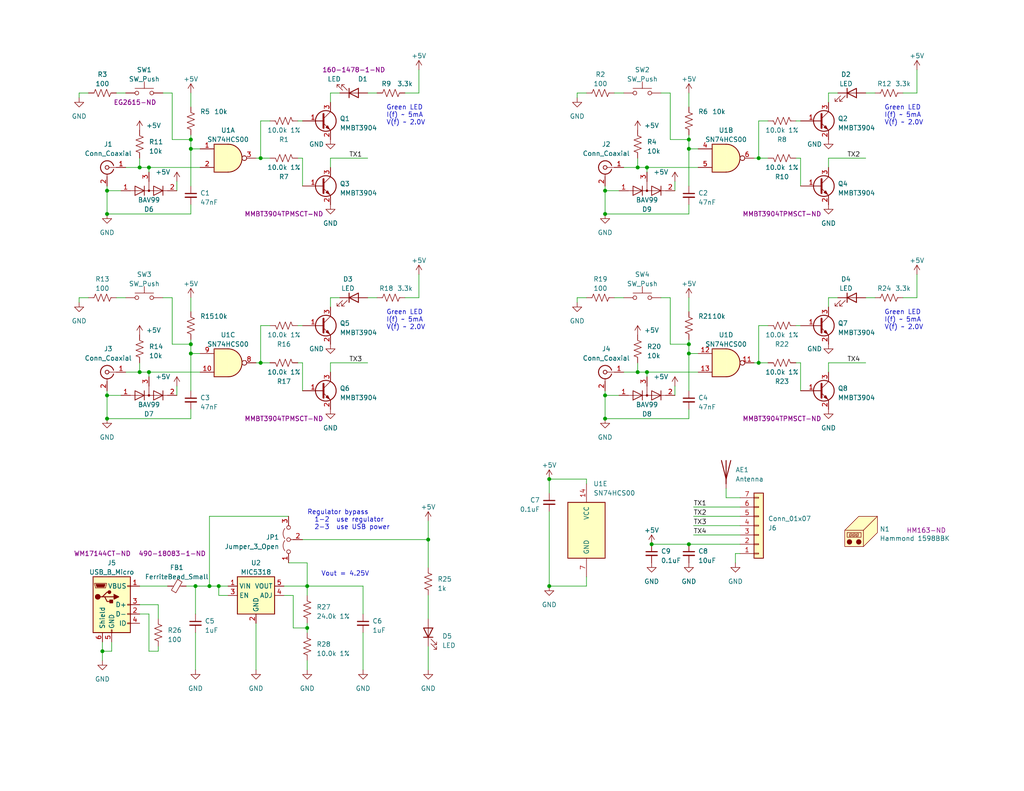
<source format=kicad_sch>
(kicad_sch (version 20230121) (generator eeschema)
  (paper "USLetter")
  (title_block (title "ninjaNIRS Trigger Box") (rev "A") (company "Boston University"))
  (junction (at 71.12 99.06))
  (junction (at 116.84 147.32))
  (junction (at 52.07 38.1))
  (junction (at 165.1 52.07))
  (junction (at 38.1 45.72))
  (junction (at 207.01 99.06))
  (junction (at 207.01 43.18))
  (junction (at 29.21 114.3))
  (junction (at 165.1 114.3))
  (junction (at 187.96 93.98))
  (junction (at 176.53 45.72))
  (junction (at 165.1 58.42))
  (junction (at 177.8 148.59))
  (junction (at 176.53 101.6))
  (junction (at 52.07 93.98))
  (junction (at 40.64 101.6))
  (junction (at 187.96 40.64))
  (junction (at 40.64 45.72))
  (junction (at 27.94 177.8))
  (junction (at 29.21 58.42))
  (junction (at 38.1 101.6))
  (junction (at 187.96 96.52))
  (junction (at 29.21 52.07))
  (junction (at 52.07 40.64))
  (junction (at 29.21 107.95))
  (junction (at 187.96 148.59))
  (junction (at 53.34 160.02))
  (junction (at 149.86 130.81))
  (junction (at 71.12 43.18))
  (junction (at 149.86 160.02))
  (junction (at 173.99 101.6))
  (junction (at 52.07 96.52))
  (junction (at 59.69 160.02))
  (junction (at 187.96 38.1))
  (junction (at 57.15 160.02))
  (junction (at 83.82 160.02))
  (junction (at 165.1 107.95))
  (junction (at 83.82 171.45))
  (junction (at 173.99 45.72))
  (wire (pts (xy 226.06 101.6) (xy 226.06 99.06)))
  (wire (pts (xy 29.21 58.42) (xy 52.07 58.42)))
  (wire (pts (xy 52.07 96.52) (xy 54.61 96.52)))
  (wire (pts (xy 52.07 55.88) (xy 52.07 58.42)))
  (wire (pts (xy 226.06 99.06) (xy 236.22 99.06)))
  (wire (pts (xy 90.17 99.06) (xy 100.33 99.06)))
  (wire (pts (xy 30.48 175.26) (xy 30.48 177.8)))
  (wire (pts (xy 38.1 99.06) (xy 38.1 101.6)))
  (wire (pts (xy 114.3 74.93) (xy 114.3 81.28)))
  (wire (pts (xy 71.12 43.18) (xy 71.12 33.02)))
  (wire (pts (xy 24.13 81.28) (xy 21.59 81.28)))
  (wire (pts (xy 182.88 81.28) (xy 180.34 81.28)))
  (wire (pts (xy 29.21 107.95) (xy 33.02 107.95)))
  (wire (pts (xy 38.1 167.64) (xy 40.64 167.64)))
  (wire (pts (xy 99.06 182.88) (xy 99.06 172.72)))
  (wire (pts (xy 187.96 93.98) (xy 187.96 96.52)))
  (wire (pts (xy 80.01 171.45) (xy 83.82 171.45)))
  (wire (pts (xy 170.18 101.6) (xy 173.99 101.6)))
  (wire (pts (xy 38.1 101.6) (xy 40.64 101.6)))
  (wire (pts (xy 182.88 25.4) (xy 180.34 25.4)))
  (wire (pts (xy 52.07 38.1) (xy 52.07 40.64)))
  (wire (pts (xy 53.34 160.02) (xy 53.34 167.64)))
  (wire (pts (xy 90.17 43.18) (xy 100.33 43.18)))
  (wire (pts (xy 83.82 160.02) (xy 83.82 162.56)))
  (wire (pts (xy 167.64 25.4) (xy 170.18 25.4)))
  (wire (pts (xy 170.18 45.72) (xy 173.99 45.72)))
  (wire (pts (xy 116.84 147.32) (xy 116.84 154.94)))
  (wire (pts (xy 82.55 43.18) (xy 81.28 43.18)))
  (wire (pts (xy 71.12 99.06) (xy 73.66 99.06)))
  (wire (pts (xy 52.07 29.21) (xy 52.07 25.4)))
  (wire (pts (xy 46.99 93.98) (xy 46.99 81.28)))
  (wire (pts (xy 43.18 177.8) (xy 43.18 176.53)))
  (wire (pts (xy 50.8 160.02) (xy 53.34 160.02)))
  (wire (pts (xy 226.06 25.4) (xy 226.06 27.94)))
  (wire (pts (xy 201.93 135.89) (xy 198.12 135.89)))
  (wire (pts (xy 182.88 38.1) (xy 182.88 25.4)))
  (wire (pts (xy 69.85 170.18) (xy 69.85 182.88)))
  (wire (pts (xy 83.82 170.18) (xy 83.82 171.45)))
  (wire (pts (xy 226.06 45.72) (xy 226.06 43.18)))
  (wire (pts (xy 189.23 143.51) (xy 201.93 143.51)))
  (wire (pts (xy 71.12 43.18) (xy 73.66 43.18)))
  (wire (pts (xy 236.22 25.4) (xy 238.76 25.4)))
  (wire (pts (xy 187.96 111.76) (xy 187.96 114.3)))
  (wire (pts (xy 187.96 85.09) (xy 187.96 81.28)))
  (wire (pts (xy 187.96 36.83) (xy 187.96 38.1)))
  (wire (pts (xy 77.47 160.02) (xy 83.82 160.02)))
  (wire (pts (xy 34.29 45.72) (xy 38.1 45.72)))
  (wire (pts (xy 71.12 33.02) (xy 73.66 33.02)))
  (wire (pts (xy 226.06 43.18) (xy 236.22 43.18)))
  (wire (pts (xy 31.75 25.4) (xy 34.29 25.4)))
  (wire (pts (xy 173.99 101.6) (xy 176.53 101.6)))
  (wire (pts (xy 149.86 134.62) (xy 149.86 130.81)))
  (wire (pts (xy 59.69 162.56) (xy 59.69 160.02)))
  (wire (pts (xy 165.1 107.95) (xy 168.91 107.95)))
  (wire (pts (xy 165.1 52.07) (xy 165.1 58.42)))
  (wire (pts (xy 99.06 167.64) (xy 99.06 160.02)))
  (wire (pts (xy 187.96 38.1) (xy 187.96 40.64)))
  (wire (pts (xy 165.1 114.3) (xy 187.96 114.3)))
  (wire (pts (xy 82.55 50.8) (xy 82.55 43.18)))
  (wire (pts (xy 173.99 43.18) (xy 173.99 45.72)))
  (wire (pts (xy 160.02 130.81) (xy 160.02 132.08)))
  (wire (pts (xy 46.99 38.1) (xy 46.99 25.4)))
  (wire (pts (xy 205.74 99.06) (xy 207.01 99.06)))
  (wire (pts (xy 52.07 92.71) (xy 52.07 93.98)))
  (wire (pts (xy 250.19 19.05) (xy 250.19 25.4)))
  (wire (pts (xy 53.34 182.88) (xy 53.34 172.72)))
  (wire (pts (xy 38.1 43.18) (xy 38.1 45.72)))
  (wire (pts (xy 81.28 33.02) (xy 82.55 33.02)))
  (wire (pts (xy 167.64 81.28) (xy 170.18 81.28)))
  (wire (pts (xy 53.34 160.02) (xy 57.15 160.02)))
  (wire (pts (xy 200.66 151.13) (xy 200.66 153.67)))
  (wire (pts (xy 90.17 81.28) (xy 90.17 83.82)))
  (wire (pts (xy 149.86 130.81) (xy 160.02 130.81)))
  (wire (pts (xy 173.99 45.72) (xy 176.53 45.72)))
  (wire (pts (xy 83.82 153.67) (xy 83.82 160.02)))
  (wire (pts (xy 157.48 81.28) (xy 157.48 82.55)))
  (wire (pts (xy 52.07 36.83) (xy 52.07 38.1)))
  (wire (pts (xy 40.64 101.6) (xy 54.61 101.6)))
  (wire (pts (xy 52.07 111.76) (xy 52.07 114.3)))
  (wire (pts (xy 40.64 167.64) (xy 40.64 177.8)))
  (wire (pts (xy 78.74 140.97) (xy 57.15 140.97)))
  (wire (pts (xy 250.19 81.28) (xy 246.38 81.28)))
  (wire (pts (xy 200.66 151.13) (xy 201.93 151.13)))
  (wire (pts (xy 40.64 101.6) (xy 40.64 102.87)))
  (wire (pts (xy 40.64 45.72) (xy 40.64 46.99)))
  (wire (pts (xy 187.96 106.68) (xy 187.96 96.52)))
  (wire (pts (xy 250.19 25.4) (xy 246.38 25.4)))
  (wire (pts (xy 217.17 33.02) (xy 218.44 33.02)))
  (wire (pts (xy 207.01 43.18) (xy 207.01 33.02)))
  (wire (pts (xy 52.07 50.8) (xy 52.07 40.64)))
  (wire (pts (xy 38.1 45.72) (xy 40.64 45.72)))
  (wire (pts (xy 52.07 106.68) (xy 52.07 96.52)))
  (wire (pts (xy 71.12 99.06) (xy 71.12 88.9)))
  (wire (pts (xy 160.02 25.4) (xy 157.48 25.4)))
  (wire (pts (xy 189.23 138.43) (xy 201.93 138.43)))
  (wire (pts (xy 218.44 50.8) (xy 218.44 43.18)))
  (wire (pts (xy 165.1 107.95) (xy 165.1 114.3)))
  (wire (pts (xy 160.02 81.28) (xy 157.48 81.28)))
  (wire (pts (xy 157.48 25.4) (xy 157.48 26.67)))
  (wire (pts (xy 100.33 81.28) (xy 102.87 81.28)))
  (wire (pts (xy 69.85 43.18) (xy 71.12 43.18)))
  (wire (pts (xy 187.96 55.88) (xy 187.96 58.42)))
  (wire (pts (xy 189.23 146.05) (xy 201.93 146.05)))
  (wire (pts (xy 52.07 93.98) (xy 46.99 93.98)))
  (wire (pts (xy 176.53 101.6) (xy 176.53 102.87)))
  (wire (pts (xy 77.47 162.56) (xy 80.01 162.56)))
  (wire (pts (xy 29.21 106.68) (xy 29.21 107.95)))
  (wire (pts (xy 149.86 160.02) (xy 160.02 160.02)))
  (wire (pts (xy 80.01 162.56) (xy 80.01 171.45)))
  (wire (pts (xy 38.1 160.02) (xy 45.72 160.02)))
  (wire (pts (xy 31.75 81.28) (xy 34.29 81.28)))
  (wire (pts (xy 59.69 160.02) (xy 62.23 160.02)))
  (wire (pts (xy 27.94 177.8) (xy 27.94 175.26)))
  (wire (pts (xy 114.3 19.05) (xy 114.3 25.4)))
  (wire (pts (xy 116.84 142.24) (xy 116.84 147.32)))
  (wire (pts (xy 187.96 148.59) (xy 201.93 148.59)))
  (wire (pts (xy 34.29 101.6) (xy 38.1 101.6)))
  (wire (pts (xy 182.88 93.98) (xy 182.88 81.28)))
  (wire (pts (xy 187.96 93.98) (xy 182.88 93.98)))
  (wire (pts (xy 83.82 180.34) (xy 83.82 182.88)))
  (wire (pts (xy 71.12 88.9) (xy 73.66 88.9)))
  (wire (pts (xy 205.74 43.18) (xy 207.01 43.18)))
  (wire (pts (xy 207.01 43.18) (xy 209.55 43.18)))
  (wire (pts (xy 165.1 106.68) (xy 165.1 107.95)))
  (wire (pts (xy 114.3 25.4) (xy 110.49 25.4)))
  (wire (pts (xy 57.15 160.02) (xy 59.69 160.02)))
  (wire (pts (xy 52.07 40.64) (xy 54.61 40.64)))
  (wire (pts (xy 90.17 101.6) (xy 90.17 99.06)))
  (wire (pts (xy 90.17 25.4) (xy 90.17 27.94)))
  (wire (pts (xy 184.15 105.41) (xy 184.15 107.95)))
  (wire (pts (xy 165.1 58.42) (xy 187.96 58.42)))
  (wire (pts (xy 184.15 49.53) (xy 184.15 52.07)))
  (wire (pts (xy 176.53 45.72) (xy 176.53 46.99)))
  (wire (pts (xy 29.21 52.07) (xy 33.02 52.07)))
  (wire (pts (xy 236.22 81.28) (xy 238.76 81.28)))
  (wire (pts (xy 30.48 177.8) (xy 27.94 177.8)))
  (wire (pts (xy 187.96 96.52) (xy 190.5 96.52)))
  (wire (pts (xy 82.55 147.32) (xy 116.84 147.32)))
  (wire (pts (xy 27.94 177.8) (xy 27.94 180.34)))
  (wire (pts (xy 29.21 52.07) (xy 29.21 58.42)))
  (wire (pts (xy 83.82 171.45) (xy 83.82 172.72)))
  (wire (pts (xy 198.12 133.35) (xy 198.12 135.89)))
  (wire (pts (xy 62.23 162.56) (xy 59.69 162.56)))
  (wire (pts (xy 48.26 49.53) (xy 48.26 52.07)))
  (wire (pts (xy 217.17 88.9) (xy 218.44 88.9)))
  (wire (pts (xy 69.85 99.06) (xy 71.12 99.06)))
  (wire (pts (xy 207.01 88.9) (xy 209.55 88.9)))
  (wire (pts (xy 52.07 85.09) (xy 52.07 81.28)))
  (wire (pts (xy 116.84 182.88) (xy 116.84 176.53)))
  (wire (pts (xy 90.17 45.72) (xy 90.17 43.18)))
  (wire (pts (xy 21.59 81.28) (xy 21.59 82.55)))
  (wire (pts (xy 187.96 92.71) (xy 187.96 93.98)))
  (wire (pts (xy 48.26 105.41) (xy 48.26 107.95)))
  (wire (pts (xy 218.44 106.68) (xy 218.44 99.06)))
  (wire (pts (xy 165.1 50.8) (xy 165.1 52.07)))
  (wire (pts (xy 43.18 165.1) (xy 38.1 165.1)))
  (wire (pts (xy 228.6 25.4) (xy 226.06 25.4)))
  (wire (pts (xy 173.99 99.06) (xy 173.99 101.6)))
  (wire (pts (xy 57.15 140.97) (xy 57.15 160.02)))
  (wire (pts (xy 176.53 101.6) (xy 190.5 101.6)))
  (wire (pts (xy 250.19 74.93) (xy 250.19 81.28)))
  (wire (pts (xy 81.28 88.9) (xy 82.55 88.9)))
  (wire (pts (xy 207.01 33.02) (xy 209.55 33.02)))
  (wire (pts (xy 207.01 99.06) (xy 207.01 88.9)))
  (wire (pts (xy 92.71 81.28) (xy 90.17 81.28)))
  (wire (pts (xy 78.74 153.67) (xy 83.82 153.67)))
  (wire (pts (xy 116.84 162.56) (xy 116.84 168.91)))
  (wire (pts (xy 46.99 81.28) (xy 44.45 81.28)))
  (wire (pts (xy 176.53 45.72) (xy 190.5 45.72)))
  (wire (pts (xy 46.99 25.4) (xy 44.45 25.4)))
  (wire (pts (xy 187.96 50.8) (xy 187.96 40.64)))
  (wire (pts (xy 40.64 45.72) (xy 54.61 45.72)))
  (wire (pts (xy 226.06 81.28) (xy 226.06 83.82)))
  (wire (pts (xy 40.64 177.8) (xy 43.18 177.8)))
  (wire (pts (xy 24.13 25.4) (xy 21.59 25.4)))
  (wire (pts (xy 43.18 168.91) (xy 43.18 165.1)))
  (wire (pts (xy 177.8 148.59) (xy 187.96 148.59)))
  (wire (pts (xy 207.01 99.06) (xy 209.55 99.06)))
  (wire (pts (xy 82.55 106.68) (xy 82.55 99.06)))
  (wire (pts (xy 82.55 99.06) (xy 81.28 99.06)))
  (wire (pts (xy 165.1 52.07) (xy 168.91 52.07)))
  (wire (pts (xy 149.86 139.7) (xy 149.86 160.02)))
  (wire (pts (xy 187.96 29.21) (xy 187.96 25.4)))
  (wire (pts (xy 92.71 25.4) (xy 90.17 25.4)))
  (wire (pts (xy 114.3 81.28) (xy 110.49 81.28)))
  (wire (pts (xy 99.06 160.02) (xy 83.82 160.02)))
  (wire (pts (xy 187.96 38.1) (xy 182.88 38.1)))
  (wire (pts (xy 218.44 43.18) (xy 217.17 43.18)))
  (wire (pts (xy 100.33 25.4) (xy 102.87 25.4)))
  (wire (pts (xy 52.07 38.1) (xy 46.99 38.1)))
  (wire (pts (xy 29.21 114.3) (xy 52.07 114.3)))
  (wire (pts (xy 29.21 50.8) (xy 29.21 52.07)))
  (wire (pts (xy 52.07 93.98) (xy 52.07 96.52)))
  (wire (pts (xy 29.21 107.95) (xy 29.21 114.3)))
  (wire (pts (xy 160.02 160.02) (xy 160.02 157.48)))
  (wire (pts (xy 189.23 140.97) (xy 201.93 140.97)))
  (wire (pts (xy 218.44 99.06) (xy 217.17 99.06)))
  (wire (pts (xy 187.96 40.64) (xy 190.5 40.64)))
  (wire (pts (xy 21.59 25.4) (xy 21.59 26.67)))
  (wire (pts (xy 228.6 81.28) (xy 226.06 81.28)))
  (text "Vout = 4.25V" (at 87.63 157.48 0) (effects (font (size 1.27 1.27)) (justify left bottom)))
  (text "Green LED\nI(f) ~ 5mA\nV(f) ~ 2.0V\n" (at 105.41 90.17 0) (effects (font (size 1.27 1.27)) (justify left bottom)))
  (text "Green LED\nI(f) ~ 5mA\nV(f) ~ 2.0V\n" (at 105.41 34.29 0) (effects (font (size 1.27 1.27)) (justify left bottom)))
  (text "Green LED\nI(f) ~ 5mA\nV(f) ~ 2.0V\n" (at 241.3 90.17 0) (effects (font (size 1.27 1.27)) (justify left bottom)))
  (text "Regulator bypass\n  1-2  use regulator\n  2-3  use USB power" (at 83.82 144.78 0) (effects (font (size 1.27 1.27)) (justify left bottom)))
  (text "Green LED\nI(f) ~ 5mA\nV(f) ~ 2.0V\n" (at 241.3 34.29 0) (effects (font (size 1.27 1.27)) (justify left bottom)))
  (label "TX2" (at 189.23 140.97 0))
  (label "TX4" (at 189.23 146.05 0))
  (label "TX2" (at 231.14 43.18 0))
  (label "TX4" (at 231.14 99.06 0))
  (label "TX3" (at 189.23 143.51 0))
  (label "TX1" (at 95.25 43.18 0))
  (label "TX3" (at 95.25 99.06 0))
  (label "TX1" (at 189.23 138.43 0))
  (symbol (lib_id "power:+5V") (at 114.3 19.05 0) (unit 1)
    (property "Reference" "#PWR01" (effects hide))
    (property "Value" "+5V" (at 114.3 15.24 0))
  )
  (symbol (lib_id "Device:LED") (at 116.84 172.72 90) (unit 1)
    (property "Reference" "D5" (at 120.65 173.6725 90) (effects (justify right)))
    (property "Value" "LED" (at 120.65 176.2125 90) (effects (justify right)))
    (property "Footprint" "my_LED:LED_0603_marked" (effects hide))
    (property "CatNo" "160-1474-1-ND" (effects hide))
    (property "Manufacturers P/N" "LTST-S270EKT" (effects hide))
  )
  (symbol (lib_id "power:GND") (at 226.06 111.76 0) (unit 1)
    (property "Reference" "#PWR040" (effects hide))
    (property "Value" "GND" (at 226.06 116.84 0))
  )
  (symbol (lib_id "Device:C_Small") (at 187.96 109.22 0) (unit 1)
    (property "Reference" "C4" (at 190.5 108.5913 0) (effects (justify left)))
    (property "Value" "47nF" (at 190.5 111.1313 0) (effects (justify left)))
    (property "Footprint" "Capacitor_SMD:C_0805_2012Metric_Pad1.18x1.45mm_HandSolder" (effects hide))
    (property "CatNo" "1276-6815-1-ND" (effects hide))
    (property "Manufacturers P/N" "CL21B473KCCWPNC" (effects hide))
  )
  (symbol (lib_id "Device:R_US") (at 52.07 88.9 180) (unit 1)
    (property "Reference" "R15" (at 54.61 86.36 0) (effects (justify right)))
    (property "Value" "10k" (at 58.42 86.36 0) (effects (justify right)))
    (property "Footprint" "Resistor_SMD:R_0805_2012Metric_Pad1.20x1.40mm_HandSolder" (effects hide))
    (property "CatNo" "RNCP0805FTD1K00CT-ND" (effects hide))
    (property "Manufacturers P/N" "RNCP0805FTD1K00" (effects hide))
  )
  (symbol (lib_id "power:+5V") (at 38.1 35.56 0) (mirror y) (unit 1)
    (property "Reference" "#PWR038" (effects hide))
    (property "Value" "+5V" (at 41.91 34.29 0))
  )
  (symbol (lib_id "Transistor_BJT:MMBT3904") (at 87.63 106.68 0) (unit 1)
    (property "Reference" "Q6" (at 92.71 106.045 0) (effects (justify left)))
    (property "Value" "MMBT3904" (at 92.71 108.585 0) (effects (justify left)))
    (property "Footprint" "Package_TO_SOT_SMD:SOT-23" (effects hide))
    (property "Datasheet" "https://www.onsemi.com/pub/Collateral/2N3903-D.PDF" (effects hide))
    (property "CatNo" "MMBT3904TPMSCT-ND" (at 77.47 114.3 0))
    (property "Manufacturers P/N" "MMBT3904-TP" (effects hide))
  )
  (symbol (lib_id "power:GND") (at 157.48 26.67 0) (unit 1)
    (property "Reference" "#PWR02" (effects hide))
    (property "Value" "GND" (at 157.48 31.75 0))
  )
  (symbol (lib_id "Switch:SW_Push") (at 39.37 25.4 0) (unit 1)
    (property "Reference" "SW1" (at 39.37 19.05 0))
    (property "Value" "SW_Push" (at 39.37 21.59 0))
    (property "Footprint" "E-Switch-800:800SP9B6M6RE" (effects hide))
    (property "CatNo" "EG2615-ND" (at 36.83 27.94 0))
    (property "Manufacturers P/N" "800SP9B6M6RE" (effects hide))
  )
  (symbol (lib_id "power:GND") (at 29.21 114.3 0) (unit 1)
    (property "Reference" "#PWR014" (effects hide))
    (property "Value" "GND" (at 29.21 119.38 0))
  )
  (symbol (lib_id "power:GND") (at 226.06 38.1 0) (unit 1)
    (property "Reference" "#PWR09" (effects hide))
    (property "Value" "GND" (at 222.25 39.37 0))
  )
  (symbol (lib_id "Switch:SW_Push") (at 39.37 81.28 0) (unit 1)
    (property "Reference" "SW3" (at 39.37 74.93 0))
    (property "Value" "SW_Push" (at 39.37 77.47 0))
    (property "Footprint" "E-Switch-800:800SP9B6M6RE" (effects hide))
    (property "CatNo" "EG2615-ND" (effects hide))
    (property "Manufacturers P/N" "800SP9B6M6RE" (effects hide))
  )
  (symbol (lib_id "74xx:74HC00") (at 198.12 43.18 0) (unit 2)
    (property "Reference" "U1" (at 198.1117 35.56 0))
    (property "Value" "SN74HCS00" (at 198.1117 38.1 0))
    (property "Footprint" "Package_SO:SOIC-14_3.9x8.7mm_P1.27mm" (effects hide))
    (property "Datasheet" "http://www.ti.com/lit/gpn/sn74hc00" (effects hide))
    (property "CatNo" "296-SN74HCS00DRCT-ND" (effects hide))
    (property "Manufacturers P/N" "SN74HCS00DR" (effects hide))
  )
  (symbol (lib_id "power:GND") (at 21.59 82.55 0) (unit 1)
    (property "Reference" "#PWR013" (effects hide))
    (property "Value" "GND" (at 21.59 87.63 0))
  )
  (symbol (lib_id "Transistor_BJT:MMBT3904") (at 223.52 33.02 0) (unit 1)
    (property "Reference" "Q2" (at 228.6 32.385 0) (effects (justify left)))
    (property "Value" "MMBT3904" (at 228.6 34.925 0) (effects (justify left)))
    (property "Footprint" "Package_TO_SOT_SMD:SOT-23" (effects hide))
    (property "Datasheet" "https://www.onsemi.com/pub/Collateral/2N3903-D.PDF" (effects hide))
    (property "CatNo" "MMBT3904TPMSCT-ND" (effects hide))
    (property "Manufacturers P/N" "MMBT3904-TP" (effects hide))
  )
  (symbol (lib_id "Device:LED") (at 96.52 81.28 0) (unit 1)
    (property "Reference" "D3" (at 94.9325 76.2 0))
    (property "Value" "LED" (at 94.9325 78.74 0))
    (property "Footprint" "my_LED:LED_0603_marked" (effects hide))
    (property "CatNo" "160-1478-1-ND" (effects hide))
    (property "Manufacturers P/N" "160-1478-1-ND" (effects hide))
  )
  (symbol (lib_id "power:GND") (at 27.94 180.34 0) (unit 1)
    (property "Reference" "#PWR029" (effects hide))
    (property "Value" "GND" (at 27.94 185.42 0))
  )
  (symbol (lib_id "power:+5V") (at 149.86 130.81 0) (unit 1)
    (property "Reference" "#PWR030" (effects hide))
    (property "Value" "+5V" (at 149.86 127 0))
  )
  (symbol (lib_id "Connector:USB_B_Micro") (at 30.48 165.1 0) (unit 1)
    (property "Reference" "J5" (at 30.48 153.67 0))
    (property "Value" "USB_B_Micro" (at 30.48 156.21 0))
    (property "Footprint" "Molex-USB:USB_Micro-AB_Molex_47590-0001" (effects hide))
    (property "CatNo" "WM17144CT-ND" (at 27.94 151.13 0))
    (property "Manufacturers P/N" "0475900001" (effects hide))
  )
  (symbol (lib_id "Connector:Conn_Coaxial") (at 165.1 45.72 0) (mirror y) (unit 1)
    (property "Reference" "J2" (at 165.4174 39.37 0))
    (property "Value" "Conn_Coaxial" (at 165.4174 41.91 0))
    (property "Footprint" "BNC:BNC_Amphenol_B6252HB-NPP3G-50_Horizontal" (effects hide))
    (property "Datasheet" " ~" (effects hide))
    (property "CatNo" "2057-RF1-01K-D-00-50-BK-HDW-ND" (effects hide))
    (property "Manufacturers P/N" "RF1-01K-D-00-50-BK-HDW" (effects hide))
  )
  (symbol (lib_id "Transistor_BJT:MMBT3904") (at 87.63 33.02 0) (unit 1)
    (property "Reference" "Q1" (at 92.71 32.385 0) (effects (justify left)))
    (property "Value" "MMBT3904" (at 92.71 34.925 0) (effects (justify left)))
    (property "Footprint" "Package_TO_SOT_SMD:SOT-23" (effects hide))
    (property "Datasheet" "https://www.onsemi.com/pub/Collateral/2N3903-D.PDF" (effects hide))
    (property "CatNo" "MMBT3904TPMSCT-ND" (effects hide))
    (property "Manufacturers P/N" "MMBT3904-TP" (effects hide))
  )
  (symbol (lib_id "Diode:BAV99") (at 40.64 107.95 0) (mirror x) (unit 1)
    (property "Reference" "D7" (at 40.64 113.03 0))
    (property "Value" "BAV99" (at 40.64 110.49 0))
    (property "Footprint" "Package_TO_SOT_SMD:SOT-23" (effects hide))
    (property "Datasheet" "https://assets.nexperia.com/documents/data-sheet/BAV99_SER.pdf" (effects hide))
    (property "CatNo" "1727-2914-1-ND" (effects hide))
    (property "Manufacturers P/N" "BAV99,215" (effects hide))
  )
  (symbol (lib_id "power:GND") (at 157.48 82.55 0) (unit 1)
    (property "Reference" "#PWR020" (effects hide))
    (property "Value" "GND" (at 157.48 87.63 0))
  )
  (symbol (lib_id "power:+5V") (at 48.26 105.41 0) (unit 1)
    (property "Reference" "#PWR043" (effects hide))
    (property "Value" "+5V" (at 44.45 102.87 0))
  )
  (symbol (lib_id "Device:R_US") (at 173.99 39.37 180) (unit 1)
    (property "Reference" "R4" (at 176.53 38.735 0) (effects (justify right)))
    (property "Value" "10k" (at 176.53 41.275 0) (effects (justify right)))
    (property "Footprint" "Resistor_SMD:R_0805_2012Metric_Pad1.20x1.40mm_HandSolder" (effects hide))
    (property "CatNo" "RNCP0805FTD1K00CT-ND" (effects hide))
    (property "Manufacturers P/N" "RNCP0805FTD1K00" (effects hide))
  )
  (symbol (lib_id "Device:R_US") (at 83.82 176.53 180) (unit 1)
    (property "Reference" "R28" (at 86.36 175.895 0) (effects (justify right)))
    (property "Value" "10.0k 1%" (at 86.36 178.435 0) (effects (justify right)))
    (property "Footprint" "Resistor_SMD:R_0805_2012Metric_Pad1.20x1.40mm_HandSolder" (effects hide))
    (property "CatNo" "RNCP0805FTD10K0CT-ND" (effects hide))
    (property "Manufacturers P/N" "RNCP0805FTD10K0" (effects hide))
  )
  (symbol (lib_id "power:GND") (at 165.1 114.3 0) (unit 1)
    (property "Reference" "#PWR021" (effects hide))
    (property "Value" "GND" (at 165.1 119.38 0))
  )
  (symbol (lib_id "Device:R_US") (at 242.57 25.4 270) (unit 1)
    (property "Reference" "R12" (at 241.3 22.86 90))
    (property "Value" "3.3k" (at 246.38 22.86 90))
    (property "Footprint" "Resistor_SMD:R_0805_2012Metric_Pad1.20x1.40mm_HandSolder" (effects hide))
    (property "CatNo" "311-3.30KCRCT-ND" (effects hide))
    (property "Manufacturers P/N" "RC0805FR-073K3L" (effects hide))
  )
  (symbol (lib_id "Device:R_US") (at 27.94 25.4 270) (unit 1)
    (property "Reference" "R3" (at 27.94 20.32 90))
    (property "Value" "100" (at 27.94 22.86 90))
    (property "Footprint" "Resistor_SMD:R_0805_2012Metric_Pad1.20x1.40mm_HandSolder" (effects hide))
    (property "CatNo" "311-100CRCT-ND" (effects hide))
    (property "Manufacturers P/N" "RC0805FR-07100RL" (effects hide))
  )
  (symbol (lib_id "power:GND") (at 83.82 182.88 0) (unit 1)
    (property "Reference" "#PWR037" (effects hide))
    (property "Value" "GND" (at 83.82 187.96 0))
  )
  (symbol (lib_id "Mechanical:Housing") (at 236.22 144.78 0) (unit 1)
    (property "Reference" "N1" (at 240.03 144.4625 0) (effects (justify left)))
    (property "Value" "Hammond 1598BBK" (at 240.03 147.0025 0) (effects (justify left)))
    (property "Footprint" "Hammond_Box:Hammond_1598B" (effects hide))
    (property "CatNo" "HM163-ND" (at 252.73 144.78 0))
    (property "Manufacturers P/N" "-DNP-" (effects hide))
  )
  (symbol (lib_id "power:+5V") (at 116.84 142.24 0) (unit 1)
    (property "Reference" "#PWR025" (effects hide))
    (property "Value" "+5V" (at 116.84 138.43 0))
  )
  (symbol (lib_id "Device:LED") (at 96.52 25.4 0) (mirror x) (unit 1)
    (property "Reference" "D1" (at 100.33 21.59 0) (effects (justify right)))
    (property "Value" "LED" (at 93.0275 21.59 0) (effects (justify right)))
    (property "Footprint" "my_LED:LED_0603_marked" (effects hide))
    (property "CatNo" "160-1478-1-ND" (at 96.52 19.05 0))
    (property "Manufacturers P/N" "160-1478-1-ND" (effects hide))
  )
  (symbol (lib_id "power:GND") (at 149.86 160.02 0) (unit 1)
    (property "Reference" "#PWR031" (effects hide))
    (property "Value" "GND" (at 149.86 165.1 0))
  )
  (symbol (lib_id "power:GND") (at 99.06 182.88 0) (unit 1)
    (property "Reference" "#PWR027" (effects hide))
    (property "Value" "GND" (at 99.06 187.96 0))
  )
  (symbol (lib_id "power:+5V") (at 52.07 81.28 0) (unit 1)
    (property "Reference" "#PWR016" (effects hide))
    (property "Value" "+5V" (at 52.07 77.47 0))
  )
  (symbol (lib_id "Device:R_US") (at 163.83 25.4 270) (unit 1)
    (property "Reference" "R2" (at 163.83 20.32 90))
    (property "Value" "100" (at 163.83 22.86 90))
    (property "Footprint" "Resistor_SMD:R_0805_2012Metric_Pad1.20x1.40mm_HandSolder" (effects hide))
    (property "CatNo" "311-100CRCT-ND" (effects hide))
    (property "Manufacturers P/N" "RC0805FR-07100RL" (effects hide))
  )
  (symbol (lib_id "Device:C_Small") (at 52.07 53.34 0) (unit 1)
    (property "Reference" "C1" (at 54.61 52.7113 0) (effects (justify left)))
    (property "Value" "47nF" (at 54.61 55.2513 0) (effects (justify left)))
    (property "Footprint" "Capacitor_SMD:C_0805_2012Metric_Pad1.18x1.45mm_HandSolder" (effects hide))
    (property "CatNo" "1276-6815-1-ND" (effects hide))
    (property "Manufacturers P/N" "CL21B473KCCWPNC" (effects hide))
  )
  (symbol (lib_id "Connector_Generic:Conn_01x07") (at 207.01 143.51 0) (mirror x) (unit 1)
    (property "Reference" "J6" (at 209.55 144.145 0) (effects (justify left)))
    (property "Value" "Conn_01x07" (at 209.55 141.605 0) (effects (justify left)))
    (property "Footprint" "Connector_PinSocket_2.54mm:PinSocket_1x07_P2.54mm_Horizontal" (effects hide))
    (property "CatNo" "SAM1225-07-ND" (effects hide))
    (property "Manufacturers P/N" "SSW-107-02-G-S-RA" (effects hide))
  )
  (symbol (lib_id "Device:R_US") (at 77.47 99.06 90) (mirror x) (unit 1)
    (property "Reference" "R17" (at 77.47 104.14 90))
    (property "Value" "10.0k 1%" (at 77.47 101.6 90))
    (property "Footprint" "Resistor_SMD:R_0805_2012Metric_Pad1.20x1.40mm_HandSolder" (effects hide))
    (property "CatNo" "RNCP0805FTD10K0CT-ND" (effects hide))
    (property "Manufacturers P/N" "RNCP0805FTD10K0" (effects hide))
  )
  (symbol (lib_id "Device:Antenna") (at 198.12 128.27 0) (unit 1)
    (property "Reference" "AE1" (at 200.66 128.27 0) (effects (justify left)))
    (property "Value" "Antenna" (at 200.66 130.81 0) (effects (justify left)))
    (property "Footprint" "Connector_PinHeader_2.54mm:PinHeader_1x01_P2.54mm_Vertical" (effects hide))
    (property "CatNo" "DNP" (effects hide))
    (property "Manufacturers P/N" "-DNP-" (effects hide))
  )
  (symbol (lib_id "power:GND") (at 226.06 93.98 0) (unit 1)
    (property "Reference" "#PWR024" (effects hide))
    (property "Value" "GND" (at 222.25 95.25 0))
  )
  (symbol (lib_id "power:+5V") (at 250.19 74.93 0) (unit 1)
    (property "Reference" "#PWR041" (effects hide))
    (property "Value" "+5V" (at 250.19 71.12 0))
  )
  (symbol (lib_id "Device:R_US") (at 213.36 33.02 90) (mirror x) (unit 1)
    (property "Reference" "R8" (at 213.36 38.1 90))
    (property "Value" "10.0k 1%" (at 213.36 35.56 90))
    (property "Footprint" "Resistor_SMD:R_0805_2012Metric_Pad1.20x1.40mm_HandSolder" (effects hide))
    (property "CatNo" "RNCP0805FTD10K0CT-ND" (effects hide))
    (property "Manufacturers P/N" "RNCP0805FTD10K0" (effects hide))
  )
  (symbol (lib_id "power:+5V") (at 177.8 148.59 0) (unit 1)
    (property "Reference" "#PWR035" (effects hide))
    (property "Value" "+5V" (at 177.8 144.78 0))
  )
  (symbol (lib_id "Jumper:Jumper_3_Open") (at 78.74 147.32 90) (unit 1)
    (property "Reference" "JP1" (at 76.2 146.685 90) (effects (justify left)))
    (property "Value" "Jumper_3_Open" (at 76.2 149.225 90) (effects (justify left)))
    (property "Footprint" "Connector_PinHeader_2.54mm:PinHeader_1x03_P2.54mm_Vertical" (effects hide))
    (property "CatNo" "732-5316-ND" (effects hide))
    (property "Manufacturers P/N" "61300311121" (effects hide))
  )
  (symbol (lib_id "Device:R_US") (at 27.94 81.28 270) (unit 1)
    (property "Reference" "R13" (at 27.94 76.2 90))
    (property "Value" "100" (at 27.94 78.74 90))
    (property "Footprint" "Resistor_SMD:R_0805_2012Metric_Pad1.20x1.40mm_HandSolder" (effects hide))
    (property "CatNo" "311-100CRCT-ND" (effects hide))
    (property "Manufacturers P/N" "RC0805FR-07100RL" (effects hide))
  )
  (symbol (lib_id "power:+5V") (at 114.3 74.93 0) (unit 1)
    (property "Reference" "#PWR019" (effects hide))
    (property "Value" "+5V" (at 114.3 71.12 0))
  )
  (symbol (lib_id "power:GND") (at 29.21 58.42 0) (unit 1)
    (property "Reference" "#PWR011" (effects hide))
    (property "Value" "GND" (at 29.21 63.5 0))
  )
  (symbol (lib_id "Device:R_US") (at 187.96 88.9 180) (unit 1)
    (property "Reference" "R21" (at 190.5 86.36 0) (effects (justify right)))
    (property "Value" "10k" (at 194.31 86.36 0) (effects (justify right)))
    (property "Footprint" "Resistor_SMD:R_0805_2012Metric_Pad1.20x1.40mm_HandSolder" (effects hide))
    (property "CatNo" "RNCP0805FTD1K00CT-ND" (effects hide))
    (property "Manufacturers P/N" "RNCP0805FTD1K00" (effects hide))
  )
  (symbol (lib_id "power:+5V") (at 250.19 19.05 0) (unit 1)
    (property "Reference" "#PWR012" (effects hide))
    (property "Value" "+5V" (at 250.19 15.24 0))
  )
  (symbol (lib_id "power:GND") (at 90.17 111.76 0) (unit 1)
    (property "Reference" "#PWR018" (effects hide))
    (property "Value" "GND" (at 90.17 116.84 0))
  )
  (symbol (lib_id "Device:R_US") (at 77.47 43.18 90) (mirror x) (unit 1)
    (property "Reference" "R7" (at 77.47 48.26 90))
    (property "Value" "10.0k 1%" (at 77.47 45.72 90))
    (property "Footprint" "Resistor_SMD:R_0805_2012Metric_Pad1.20x1.40mm_HandSolder" (effects hide))
    (property "CatNo" "RNCP0805FTD10K0CT-ND" (effects hide))
    (property "Manufacturers P/N" "RNCP0805FTD10K0" (effects hide))
  )
  (symbol (lib_id "Device:C_Small") (at 52.07 109.22 0) (unit 1)
    (property "Reference" "C3" (at 54.61 108.5913 0) (effects (justify left)))
    (property "Value" "47nF" (at 54.61 111.1313 0) (effects (justify left)))
    (property "Footprint" "Capacitor_SMD:C_0805_2012Metric_Pad1.18x1.45mm_HandSolder" (effects hide))
    (property "CatNo" "1276-6815-1-ND" (effects hide))
    (property "Manufacturers P/N" "CL21B473KCCWPNC" (effects hide))
  )
  (symbol (lib_id "Device:R_US") (at 77.47 33.02 90) (mirror x) (unit 1)
    (property "Reference" "R1" (at 77.47 38.1 90))
    (property "Value" "10.0k 1%" (at 77.47 35.56 90))
    (property "Footprint" "Resistor_SMD:R_0805_2012Metric_Pad1.20x1.40mm_HandSolder" (effects hide))
    (property "CatNo" "RNCP0805FTD10K0CT-ND" (effects hide))
    (property "Manufacturers P/N" "RNCP0805FTD10K0" (effects hide))
  )
  (symbol (lib_id "Connector:Conn_Coaxial") (at 29.21 101.6 0) (mirror y) (unit 1)
    (property "Reference" "J3" (at 29.5274 95.25 0))
    (property "Value" "Conn_Coaxial" (at 29.5274 97.79 0))
    (property "Footprint" "BNC:BNC_Amphenol_B6252HB-NPP3G-50_Horizontal" (effects hide))
    (property "Datasheet" " ~" (effects hide))
    (property "CatNo" "2057-RF1-01K-D-00-50-BK-HDW-ND" (effects hide))
    (property "Manufacturers P/N" "RF1-01K-D-00-50-BK-HDW" (effects hide))
  )
  (symbol (lib_id "Device:R_US") (at 83.82 166.37 180) (unit 1)
    (property "Reference" "R27" (at 86.36 165.735 0) (effects (justify right)))
    (property "Value" "24.0k 1%" (at 86.36 168.275 0) (effects (justify right)))
    (property "Footprint" "Resistor_SMD:R_0805_2012Metric_Pad1.20x1.40mm_HandSolder" (effects hide))
    (property "CatNo" "RMCF0805FT24K0CT-ND" (effects hide))
    (property "Manufacturers P/N" "RMCF0805FT24K0" (effects hide))
  )
  (symbol (lib_id "power:GND") (at 69.85 182.88 0) (unit 1)
    (property "Reference" "#PWR036" (effects hide))
    (property "Value" "GND" (at 69.85 187.96 0))
  )
  (symbol (lib_id "power:GND") (at 165.1 58.42 0) (unit 1)
    (property "Reference" "#PWR04" (effects hide))
    (property "Value" "GND" (at 165.1 63.5 0))
  )
  (symbol (lib_id "power:GND") (at 187.96 153.67 0) (unit 1)
    (property "Reference" "#PWR033" (effects hide))
    (property "Value" "GND" (at 187.96 158.75 0))
  )
  (symbol (lib_id "Device:R_US") (at 52.07 33.02 180) (unit 1)
    (property "Reference" "R5" (at 54.61 30.48 0) (effects (justify right)))
    (property "Value" "10k" (at 58.42 30.48 0) (effects (justify right)))
    (property "Footprint" "Resistor_SMD:R_0805_2012Metric_Pad1.20x1.40mm_HandSolder" (effects hide))
    (property "CatNo" "RNCP0805FTD1K00CT-ND" (effects hide))
    (property "Manufacturers P/N" "RNCP0805FTD1K00" (effects hide))
  )
  (symbol (lib_id "power:+5V") (at 52.07 25.4 0) (unit 1)
    (property "Reference" "#PWR03" (effects hide))
    (property "Value" "+5V" (at 52.07 21.59 0))
  )
  (symbol (lib_id "power:GND") (at 90.17 38.1 0) (unit 1)
    (property "Reference" "#PWR039" (effects hide))
    (property "Value" "GND" (at 86.36 39.37 0))
  )
  (symbol (lib_id "Device:R_US") (at 242.57 81.28 270) (unit 1)
    (property "Reference" "R24" (at 241.3 78.74 90))
    (property "Value" "3.3k" (at 246.38 78.74 90))
    (property "Footprint" "Resistor_SMD:R_0805_2012Metric_Pad1.20x1.40mm_HandSolder" (effects hide))
    (property "CatNo" "311-3.30KCRCT-ND" (effects hide))
    (property "Manufacturers P/N" "RC0805FR-073K3L" (effects hide))
  )
  (symbol (lib_id "Diode:BAV99") (at 176.53 107.95 0) (mirror x) (unit 1)
    (property "Reference" "D8" (at 176.53 113.03 0))
    (property "Value" "BAV99" (at 176.53 110.49 0))
    (property "Footprint" "Package_TO_SOT_SMD:SOT-23" (effects hide))
    (property "Datasheet" "https://assets.nexperia.com/documents/data-sheet/BAV99_SER.pdf" (effects hide))
    (property "CatNo" "1727-2914-1-ND" (effects hide))
    (property "Manufacturers P/N" "BAV99,215" (effects hide))
  )
  (symbol (lib_id "Device:FerriteBead_Small") (at 48.26 160.02 90) (unit 1)
    (property "Reference" "FB1" (at 48.2219 154.94 90))
    (property "Value" "FerriteBead_Small" (at 48.2219 157.48 90))
    (property "Footprint" "Inductor_SMD:L_1210_3225Metric_Pad1.42x2.65mm_HandSolder" (effects hide))
    (property "CatNo" "490-18083-1-ND" (at 46.99 151.13 90))
    (property "Manufacturers P/N" "BLM31KN102BH1L" (effects hide))
  )
  (symbol (lib_id "Switch:SW_Push") (at 175.26 25.4 0) (unit 1)
    (property "Reference" "SW2" (at 175.26 19.05 0))
    (property "Value" "SW_Push" (at 175.26 21.59 0))
    (property "Footprint" "E-Switch-800:800SP9B6M6RE" (effects hide))
    (property "CatNo" "EG2615-ND" (effects hide))
    (property "Manufacturers P/N" "800SP9B6M6RE" (effects hide))
  )
  (symbol (lib_id "Device:R_US") (at 213.36 99.06 90) (mirror x) (unit 1)
    (property "Reference" "R23" (at 213.36 104.14 90))
    (property "Value" "10.0k 1%" (at 213.36 101.6 90))
    (property "Footprint" "Resistor_SMD:R_0805_2012Metric_Pad1.20x1.40mm_HandSolder" (effects hide))
    (property "CatNo" "RNCP0805FTD10K0CT-ND" (effects hide))
    (property "Manufacturers P/N" "RNCP0805FTD10K0" (effects hide))
  )
  (symbol (lib_id "power:+5V") (at 184.15 49.53 0) (unit 1)
    (property "Reference" "#PWR045" (effects hide))
    (property "Value" "+5V" (at 180.34 46.99 0))
  )
  (symbol (lib_id "power:+5V") (at 187.96 81.28 0) (unit 1)
    (property "Reference" "#PWR023" (effects hide))
    (property "Value" "+5V" (at 187.96 77.47 0))
  )
  (symbol (lib_id "Device:R_US") (at 38.1 39.37 180) (unit 1)
    (property "Reference" "R11" (at 40.64 38.735 0) (effects (justify right)))
    (property "Value" "10k" (at 40.64 41.275 0) (effects (justify right)))
    (property "Footprint" "Resistor_SMD:R_0805_2012Metric_Pad1.20x1.40mm_HandSolder" (effects hide))
    (property "CatNo" "RNCP0805FTD1K00CT-ND" (effects hide))
    (property "Manufacturers P/N" "RNCP0805FTD1K00" (effects hide))
  )
  (symbol (lib_id "power:GND") (at 200.66 153.67 0) (unit 1)
    (property "Reference" "#PWR032" (effects hide))
    (property "Value" "GND" (at 200.66 158.75 0))
  )
  (symbol (lib_id "Device:C_Small") (at 53.34 170.18 0) (unit 1)
    (property "Reference" "C5" (at 55.88 169.5513 0) (effects (justify left)))
    (property "Value" "1uF" (at 55.88 172.0913 0) (effects (justify left)))
    (property "Footprint" "Capacitor_SMD:C_0805_2012Metric_Pad1.18x1.45mm_HandSolder" (effects hide))
    (property "CatNo" "1276-1275-1-ND" (effects hide))
    (property "Manufacturers P/N" "CL21B105KPFNNNE" (effects hide))
  )
  (symbol (lib_id "Device:C_Small") (at 99.06 170.18 0) (unit 1)
    (property "Reference" "C6" (at 101.6 169.5513 0) (effects (justify left)))
    (property "Value" "1uF" (at 101.6 172.0913 0) (effects (justify left)))
    (property "Footprint" "Capacitor_SMD:C_0805_2012Metric_Pad1.18x1.45mm_HandSolder" (effects hide))
    (property "CatNo" "1276-1275-1-ND" (effects hide))
    (property "Manufacturers P/N" "CL21B105KPFNNNE" (effects hide))
  )
  (symbol (lib_id "Device:R_US") (at 77.47 88.9 90) (mirror x) (unit 1)
    (property "Reference" "R16" (at 77.47 93.98 90))
    (property "Value" "10.0k 1%" (at 77.47 91.44 90))
    (property "Footprint" "Resistor_SMD:R_0805_2012Metric_Pad1.20x1.40mm_HandSolder" (effects hide))
    (property "CatNo" "RNCP0805FTD10K0CT-ND" (effects hide))
    (property "Manufacturers P/N" "RNCP0805FTD10K0" (effects hide))
  )
  (symbol (lib_id "power:GND") (at 90.17 55.88 0) (unit 1)
    (property "Reference" "#PWR07" (effects hide))
    (property "Value" "GND" (at 90.17 60.96 0))
  )
  (symbol (lib_id "Diode:BAV99") (at 176.53 52.07 0) (mirror x) (unit 1)
    (property "Reference" "D9" (at 176.53 57.15 0))
    (property "Value" "BAV99" (at 176.53 54.61 0))
    (property "Footprint" "Package_TO_SOT_SMD:SOT-23" (effects hide))
    (property "Datasheet" "https://assets.nexperia.com/documents/data-sheet/BAV99_SER.pdf" (effects hide))
    (property "CatNo" "1727-2914-1-ND" (effects hide))
    (property "Manufacturers P/N" "BAV99,215" (effects hide))
  )
  (symbol (lib_id "Device:R_US") (at 163.83 81.28 270) (unit 1)
    (property "Reference" "R19" (at 163.83 76.2 90))
    (property "Value" "100" (at 163.83 78.74 90))
    (property "Footprint" "Resistor_SMD:R_0805_2012Metric_Pad1.20x1.40mm_HandSolder" (effects hide))
    (property "CatNo" "311-100CRCT-ND" (effects hide))
    (property "Manufacturers P/N" "RC0805FR-07100RL" (effects hide))
  )
  (symbol (lib_id "power:GND") (at 226.06 55.88 0) (unit 1)
    (property "Reference" "#PWR010" (effects hide))
    (property "Value" "GND" (at 226.06 60.96 0))
  )
  (symbol (lib_id "Device:R_US") (at 213.36 43.18 90) (mirror x) (unit 1)
    (property "Reference" "R10" (at 213.36 48.26 90))
    (property "Value" "10.0k 1%" (at 213.36 45.72 90))
    (property "Footprint" "Resistor_SMD:R_0805_2012Metric_Pad1.20x1.40mm_HandSolder" (effects hide))
    (property "CatNo" "RNCP0805FTD10K0CT-ND" (effects hide))
    (property "Manufacturers P/N" "RNCP0805FTD10K0" (effects hide))
  )
  (symbol (lib_id "Device:C_Small") (at 187.96 151.13 0) (unit 1)
    (property "Reference" "C8" (at 190.5 150.5013 0) (effects (justify left)))
    (property "Value" "10uF" (at 190.5 153.0413 0) (effects (justify left)))
    (property "Footprint" "Capacitor_SMD:C_0805_2012Metric_Pad1.18x1.45mm_HandSolder" (effects hide))
    (property "CatNo" "1276-1096-1-ND" (effects hide))
    (property "Manufacturers P/N" "CL21A106KOQNNNE" (effects hide))
  )
  (symbol (lib_id "Transistor_BJT:MMBT3904") (at 87.63 88.9 0) (unit 1)
    (property "Reference" "Q5" (at 92.71 88.265 0) (effects (justify left)))
    (property "Value" "MMBT3904" (at 92.71 90.805 0) (effects (justify left)))
    (property "Footprint" "Package_TO_SOT_SMD:SOT-23" (effects hide))
    (property "Datasheet" "https://www.onsemi.com/pub/Collateral/2N3903-D.PDF" (effects hide))
    (property "CatNo" "MMBT3904TPMSCT-ND" (effects hide))
    (property "Manufacturers P/N" "MMBT3904-TP" (effects hide))
  )
  (symbol (lib_id "Device:R_US") (at 43.18 172.72 180) (unit 1)
    (property "Reference" "R26" (at 45.72 172.085 0) (effects (justify right)))
    (property "Value" "100" (at 45.72 174.625 0) (effects (justify right)))
    (property "Footprint" "Resistor_SMD:R_0805_2012Metric_Pad1.20x1.40mm_HandSolder" (effects hide))
    (property "CatNo" "311-100CRCT-ND" (effects hide))
    (property "Manufacturers P/N" "RC0805FR-07100RL" (effects hide))
  )
  (symbol (lib_id "Diode:BAV99") (at 40.64 52.07 0) (mirror x) (unit 1)
    (property "Reference" "D6" (at 40.64 57.15 0))
    (property "Value" "BAV99" (at 40.64 54.61 0))
    (property "Footprint" "Package_TO_SOT_SMD:SOT-23" (effects hide))
    (property "Datasheet" "https://assets.nexperia.com/documents/data-sheet/BAV99_SER.pdf" (effects hide))
    (property "CatNo" "1727-2914-1-ND" (effects hide))
    (property "Manufacturers P/N" "BAV99,215" (effects hide))
  )
  (symbol (lib_id "power:+5V") (at 173.99 91.44 0) (mirror y) (unit 1)
    (property "Reference" "#PWR022" (effects hide))
    (property "Value" "+5V" (at 177.8 90.17 0))
  )
  (symbol (lib_id "power:+5V") (at 48.26 49.53 0) (unit 1)
    (property "Reference" "#PWR042" (effects hide))
    (property "Value" "+5V" (at 44.45 46.99 0))
  )
  (symbol (lib_id "Transistor_BJT:MMBT3904") (at 223.52 106.68 0) (unit 1)
    (property "Reference" "Q8" (at 228.6 106.045 0) (effects (justify left)))
    (property "Value" "MMBT3904" (at 228.6 108.585 0) (effects (justify left)))
    (property "Footprint" "Package_TO_SOT_SMD:SOT-23" (effects hide))
    (property "Datasheet" "https://www.onsemi.com/pub/Collateral/2N3903-D.PDF" (effects hide))
    (property "CatNo" "MMBT3904TPMSCT-ND" (at 213.36 114.3 0))
    (property "Manufacturers P/N" "MMBT3904-TP" (effects hide))
  )
  (symbol (lib_id "power:+5V") (at 173.99 35.56 0) (mirror y) (unit 1)
    (property "Reference" "#PWR06" (effects hide))
    (property "Value" "+5V" (at 177.8 34.29 0))
  )
  (symbol (lib_id "micrel_vr:MIC5318") (at 69.85 162.56 0) (unit 1)
    (property "Reference" "U2" (at 69.85 153.67 0))
    (property "Value" "MIC5318" (at 69.85 156.21 0))
    (property "Footprint" "Package_TO_SOT_SMD:SOT-23-5_HandSoldering" (effects hide))
    (property "Datasheet" "https://ww1.microchip.com/downloads/en/DeviceDoc/mic5318.pdf" (effects hide))
    (property "CatNo" "576-4583-1-ND" (effects hide))
    (property "Manufacturers P/N" "MIC5318YD5-TR" (effects hide))
  )
  (symbol (lib_id "74xx:74HC00") (at 160.02 144.78 0) (unit 5)
    (property "Reference" "U1" (at 163.83 132.08 0))
    (property "Value" "SN74HCS00" (at 167.64 134.62 0))
    (property "Footprint" "Package_SO:SOIC-14_3.9x8.7mm_P1.27mm" (effects hide))
    (property "Datasheet" "http://www.ti.com/lit/gpn/sn74hc00" (effects hide))
    (property "CatNo" "296-SN74HCS00DRCT-ND" (effects hide))
    (property "Manufacturers P/N" "SN74HCS00DR" (effects hide))
  )
  (symbol (lib_id "Device:R_US") (at 38.1 95.25 180) (unit 1)
    (property "Reference" "R14" (at 40.64 94.615 0) (effects (justify right)))
    (property "Value" "10k" (at 40.64 97.155 0) (effects (justify right)))
    (property "Footprint" "Resistor_SMD:R_0805_2012Metric_Pad1.20x1.40mm_HandSolder" (effects hide))
    (property "CatNo" "RNCP0805FTD1K00CT-ND" (effects hide))
    (property "Manufacturers P/N" "RNCP0805FTD1K00" (effects hide))
  )
  (symbol (lib_id "74xx:74HC00") (at 62.23 43.18 0) (unit 1)
    (property "Reference" "U1" (at 62.2217 35.56 0))
    (property "Value" "SN74HCS00" (at 62.2217 38.1 0))
    (property "Footprint" "Package_SO:SOIC-14_3.9x8.7mm_P1.27mm" (effects hide))
    (property "Datasheet" "http://www.ti.com/lit/gpn/sn74hc00" (effects hide))
    (property "CatNo" "296-SN74HCS00DRCT-ND" (effects hide))
    (property "Manufacturers P/N" "SN74HCS00DR" (effects hide))
  )
  (symbol (lib_id "Device:C_Small") (at 177.8 151.13 0) (unit 1)
    (property "Reference" "C9" (at 180.34 150.5013 0) (effects (justify left)))
    (property "Value" "0.1uF" (at 180.34 153.0413 0) (effects (justify left)))
    (property "Footprint" "Capacitor_SMD:C_0805_2012Metric_Pad1.18x1.45mm_HandSolder" (effects hide))
    (property "CatNo" "478-3755-1-ND" (effects hide))
    (property "Manufacturers P/N" "08053C104KAT2A" (effects hide))
  )
  (symbol (lib_id "power:+5V") (at 187.96 25.4 0) (unit 1)
    (property "Reference" "#PWR08" (effects hide))
    (property "Value" "+5V" (at 187.96 21.59 0))
  )
  (symbol (lib_id "Transistor_BJT:MMBT3904") (at 223.52 88.9 0) (unit 1)
    (property "Reference" "Q7" (at 228.6 88.265 0) (effects (justify left)))
    (property "Value" "MMBT3904" (at 228.6 90.805 0) (effects (justify left)))
    (property "Footprint" "Package_TO_SOT_SMD:SOT-23" (effects hide))
    (property "Datasheet" "https://www.onsemi.com/pub/Collateral/2N3903-D.PDF" (effects hide))
    (property "CatNo" "MMBT3904TPMSCT-ND" (effects hide))
    (property "Manufacturers P/N" "MMBT3904-TP" (effects hide))
  )
  (symbol (lib_id "power:GND") (at 177.8 153.67 0) (unit 1)
    (property "Reference" "#PWR034" (effects hide))
    (property "Value" "GND" (at 177.8 158.75 0))
  )
  (symbol (lib_id "power:+5V") (at 184.15 105.41 0) (unit 1)
    (property "Reference" "#PWR044" (effects hide))
    (property "Value" "+5V" (at 180.34 102.87 0))
  )
  (symbol (lib_id "Device:R_US") (at 116.84 158.75 0) (unit 1)
    (property "Reference" "R25" (at 119.38 158.115 0) (effects (justify left)))
    (property "Value" "1k" (at 119.38 160.655 0) (effects (justify left)))
    (property "Footprint" "Resistor_SMD:R_0805_2012Metric_Pad1.20x1.40mm_HandSolder" (effects hide))
    (property "CatNo" "RNCP0805FTD1K00CT-ND" (effects hide))
    (property "Manufacturers P/N" "RNCP0805FTD1K00" (effects hide))
  )
  (symbol (lib_id "power:+5V") (at 38.1 91.44 0) (mirror y) (unit 1)
    (property "Reference" "#PWR015" (effects hide))
    (property "Value" "+5V" (at 41.91 90.17 0))
  )
  (symbol (lib_id "Connector:Conn_Coaxial") (at 29.21 45.72 0) (mirror y) (unit 1)
    (property "Reference" "J1" (at 29.5274 39.37 0))
    (property "Value" "Conn_Coaxial" (at 29.5274 41.91 0))
    (property "Footprint" "BNC:BNC_Amphenol_B6252HB-NPP3G-50_Horizontal" (effects hide))
    (property "Datasheet" " ~" (effects hide))
    (property "CatNo" "2057-RF1-01K-D-00-50-BK-HDW-ND" (effects hide))
    (property "Manufacturers P/N" "RF1-01K-D-00-50-BK-HDW" (effects hide))
  )
  (symbol (lib_id "power:GND") (at 53.34 182.88 0) (unit 1)
    (property "Reference" "#PWR026" (effects hide))
    (property "Value" "GND" (at 53.34 187.96 0))
  )
  (symbol (lib_id "power:GND") (at 90.17 93.98 0) (unit 1)
    (property "Reference" "#PWR017" (effects hide))
    (property "Value" "GND" (at 86.36 95.25 0))
  )
  (symbol (lib_id "Transistor_BJT:MMBT3904") (at 87.63 50.8 0) (unit 1)
    (property "Reference" "Q3" (at 92.71 50.165 0) (effects (justify left)))
    (property "Value" "MMBT3904" (at 92.71 52.705 0) (effects (justify left)))
    (property "Footprint" "Package_TO_SOT_SMD:SOT-23" (effects hide))
    (property "Datasheet" "https://www.onsemi.com/pub/Collateral/2N3903-D.PDF" (effects hide))
    (property "CatNo" "MMBT3904TPMSCT-ND" (at 77.47 58.42 0))
    (property "Manufacturers P/N" "MMBT3904-TP" (effects hide))
  )
  (symbol (lib_id "Device:R_US") (at 173.99 95.25 180) (unit 1)
    (property "Reference" "R20" (at 176.53 94.615 0) (effects (justify right)))
    (property "Value" "10k" (at 176.53 97.155 0) (effects (justify right)))
    (property "Footprint" "Resistor_SMD:R_0805_2012Metric_Pad1.20x1.40mm_HandSolder" (effects hide))
    (property "CatNo" "RNCP0805FTD1K00CT-ND" (effects hide))
    (property "Manufacturers P/N" "RNCP0805FTD1K00" (effects hide))
  )
  (symbol (lib_id "Device:C_Small") (at 149.86 137.16 0) (mirror y) (unit 1)
    (property "Reference" "C7" (at 147.32 136.5313 0) (effects (justify left)))
    (property "Value" "0.1uF" (at 147.32 139.0713 0) (effects (justify left)))
    (property "Footprint" "Capacitor_SMD:C_0805_2012Metric_Pad1.18x1.45mm_HandSolder" (effects hide))
    (property "CatNo" "478-3755-1-ND" (effects hide))
    (property "Manufacturers P/N" "08053C104KAT2A" (effects hide))
  )
  (symbol (lib_id "power:GND") (at 116.84 182.88 0) (unit 1)
    (property "Reference" "#PWR028" (effects hide))
    (property "Value" "GND" (at 116.84 187.96 0))
  )
  (symbol (lib_id "Connector:Conn_Coaxial") (at 165.1 101.6 0) (mirror y) (unit 1)
    (property "Reference" "J4" (at 165.4174 95.25 0))
    (property "Value" "Conn_Coaxial" (at 165.4174 97.79 0))
    (property "Footprint" "BNC:BNC_Amphenol_B6252HB-NPP3G-50_Horizontal" (effects hide))
    (property "Datasheet" " ~" (effects hide))
    (property "CatNo" "2057-RF1-01K-D-00-50-BK-HDW-ND" (effects hide))
    (property "Manufacturers P/N" "RF1-01K-D-00-50-BK-HDW" (effects hide))
  )
  (symbol (lib_id "Device:R_US") (at 106.68 25.4 270) (unit 1)
    (property "Reference" "R9" (at 105.41 22.86 90))
    (property "Value" "3.3k" (at 110.49 22.86 90))
    (property "Footprint" "Resistor_SMD:R_0805_2012Metric_Pad1.20x1.40mm_HandSolder" (effects hide))
    (property "CatNo" "311-3.30KCRCT-ND" (effects hide))
    (property "Manufacturers P/N" "RC0805FR-073K3L" (effects hide))
  )
  (symbol (lib_id "Device:C_Small") (at 187.96 53.34 0) (unit 1)
    (property "Reference" "C2" (at 190.5 52.7113 0) (effects (justify left)))
    (property "Value" "47nF" (at 190.5 55.2513 0) (effects (justify left)))
    (property "Footprint" "Capacitor_SMD:C_0805_2012Metric_Pad1.18x1.45mm_HandSolder" (effects hide))
    (property "CatNo" "1276-6815-1-ND" (effects hide))
    (property "Manufacturers P/N" "CL21B473KCCWPNC" (effects hide))
  )
  (symbol (lib_id "Switch:SW_Push") (at 175.26 81.28 0) (unit 1)
    (property "Reference" "SW4" (at 175.26 74.93 0))
    (property "Value" "SW_Push" (at 175.26 77.47 0))
    (property "Footprint" "E-Switch-800:800SP9B6M6RE" (effects hide))
    (property "CatNo" "EG2615-ND" (effects hide))
    (property "Manufacturers P/N" "800SP9B6M6RE" (effects hide))
  )
  (symbol (lib_id "74xx:74HC00") (at 198.12 99.06 0) (unit 4)
    (property "Reference" "U1" (at 198.1117 91.44 0))
    (property "Value" "SN74HCS00" (at 198.1117 93.98 0))
    (property "Footprint" "Package_SO:SOIC-14_3.9x8.7mm_P1.27mm" (effects hide))
    (property "Datasheet" "http://www.ti.com/lit/gpn/sn74hc00" (effects hide))
    (property "CatNo" "296-SN74HCS00DRCT-ND" (effects hide))
    (property "Manufacturers P/N" "SN74HCS00DR" (effects hide))
  )
  (symbol (lib_id "power:GND") (at 21.59 26.67 0) (unit 1)
    (property "Reference" "#PWR05" (effects hide))
    (property "Value" "GND" (at 21.59 31.75 0))
  )
  (symbol (lib_id "Device:R_US") (at 106.68 81.28 270) (unit 1)
    (property "Reference" "R18" (at 105.41 78.74 90))
    (property "Value" "3.3k" (at 110.49 78.74 90))
    (property "Footprint" "Resistor_SMD:R_0805_2012Metric_Pad1.20x1.40mm_HandSolder" (effects hide))
    (property "CatNo" "311-3.30KCRCT-ND" (effects hide))
    (property "Manufacturers P/N" "RC0805FR-073K3L" (effects hide))
  )
  (symbol (lib_id "Device:R_US") (at 187.96 33.02 180) (unit 1)
    (property "Reference" "R6" (at 190.5 30.48 0) (effects (justify right)))
    (property "Value" "10k" (at 194.31 30.48 0) (effects (justify right)))
    (property "Footprint" "Resistor_SMD:R_0805_2012Metric_Pad1.20x1.40mm_HandSolder" (effects hide))
    (property "CatNo" "RNCP0805FTD1K00CT-ND" (effects hide))
    (property "Manufacturers P/N" "RNCP0805FTD1K00" (effects hide))
  )
  (symbol (lib_id "Device:LED") (at 232.41 25.4 0) (unit 1)
    (property "Reference" "D2" (at 230.8225 20.32 0))
    (property "Value" "LED" (at 230.8225 22.86 0))
    (property "Footprint" "my_LED:LED_0603_marked" (effects hide))
    (property "CatNo" "160-1478-1-ND" (effects hide))
    (property "Manufacturers P/N" "160-1478-1-ND" (effects hide))
  )
  (symbol (lib_id "Device:R_US") (at 213.36 88.9 90) (mirror x) (unit 1)
    (property "Reference" "R22" (at 213.36 93.98 90))
    (property "Value" "10.0k 1%" (at 213.36 91.44 90))
    (property "Footprint" "Resistor_SMD:R_0805_2012Metric_Pad1.20x1.40mm_HandSolder" (effects hide))
    (property "CatNo" "RNCP0805FTD10K0CT-ND" (effects hide))
    (property "Manufacturers P/N" "RNCP0805FTD10K0" (effects hide))
  )
  (symbol (lib_id "74xx:74HC00") (at 62.23 99.06 0) (unit 3)
    (property "Reference" "U1" (at 62.2217 91.44 0))
    (property "Value" "SN74HCS00" (at 62.2217 93.98 0))
    (property "Footprint" "Package_SO:SOIC-14_3.9x8.7mm_P1.27mm" (effects hide))
    (property "Datasheet" "http://www.ti.com/lit/gpn/sn74hc00" (effects hide))
    (property "CatNo" "296-SN74HCS00DRCT-ND" (effects hide))
    (property "Manufacturers P/N" "SN74HCS00DR" (effects hide))
  )
  (symbol (lib_id "Transistor_BJT:MMBT3904") (at 223.52 50.8 0) (unit 1)
    (property "Reference" "Q4" (at 228.6 50.165 0) (effects (justify left)))
    (property "Value" "MMBT3904" (at 228.6 52.705 0) (effects (justify left)))
    (property "Footprint" "Package_TO_SOT_SMD:SOT-23" (effects hide))
    (property "Datasheet" "https://www.onsemi.com/pub/Collateral/2N3903-D.PDF" (effects hide))
    (property "CatNo" "MMBT3904TPMSCT-ND" (at 213.36 58.42 0))
    (property "Manufacturers P/N" "MMBT3904-TP" (effects hide))
  )
  (symbol (lib_id "Device:LED") (at 232.41 81.28 0) (unit 1)
    (property "Reference" "D4" (at 230.8225 76.2 0))
    (property "Value" "LED" (at 230.8225 78.74 0))
    (property "Footprint" "my_LED:LED_0603_marked" (effects hide))
    (property "CatNo" "160-1478-1-ND" (effects hide))
    (property "Manufacturers P/N" "160-1478-1-ND" (effects hide))
  )
)
</source>
